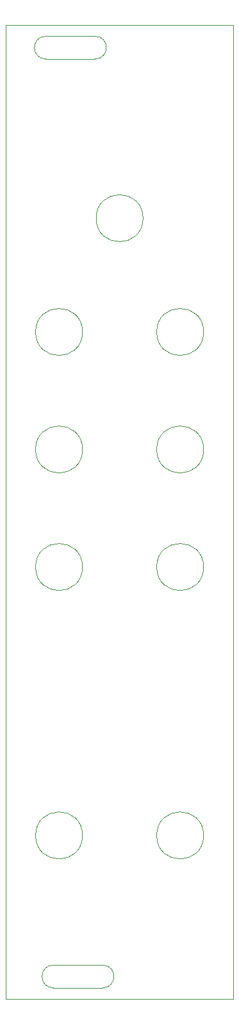
<source format=gm1>
%TF.GenerationSoftware,KiCad,Pcbnew,(6.0.1)*%
%TF.CreationDate,2022-11-02T14:03:54-04:00*%
%TF.ProjectId,ER-MIDI-CV4-02_PANEL,45522d4d-4944-4492-9d43-56342d30325f,1*%
%TF.SameCoordinates,Original*%
%TF.FileFunction,Profile,NP*%
%FSLAX46Y46*%
G04 Gerber Fmt 4.6, Leading zero omitted, Abs format (unit mm)*
G04 Created by KiCad (PCBNEW (6.0.1)) date 2022-11-02 14:03:54*
%MOMM*%
%LPD*%
G01*
G04 APERTURE LIST*
%TA.AperFunction,Profile*%
%ADD10C,0.100000*%
%TD*%
G04 APERTURE END LIST*
D10*
X51600000Y-74000000D02*
G75*
G03*
X51600000Y-74000000I-3100000J0D01*
G01*
X37250000Y-22500000D02*
G75*
G03*
X37250000Y-19500000I0J1500000D01*
G01*
X30750000Y-19500000D02*
X37250000Y-19500000D01*
X31750000Y-142000000D02*
G75*
G03*
X31750000Y-145000000I0J-1500000D01*
G01*
X25500000Y-18000000D02*
X55500000Y-18000000D01*
X55500000Y-18000000D02*
X55500000Y-146500000D01*
X55500000Y-146500000D02*
X25500000Y-146500000D01*
X25500000Y-146500000D02*
X25500000Y-18000000D01*
X35600000Y-58500000D02*
G75*
G03*
X35600000Y-58500000I-3100000J0D01*
G01*
X43600000Y-43500000D02*
G75*
G03*
X43600000Y-43500000I-3100000J0D01*
G01*
X51600000Y-124900000D02*
G75*
G03*
X51600000Y-124900000I-3100000J0D01*
G01*
X30750000Y-22500000D02*
X37250000Y-22500000D01*
X31750000Y-142000000D02*
X38250000Y-142000000D01*
X35600000Y-89500000D02*
G75*
G03*
X35600000Y-89500000I-3100000J0D01*
G01*
X31750000Y-145000000D02*
X38250000Y-145000000D01*
X35600000Y-74000000D02*
G75*
G03*
X35600000Y-74000000I-3100000J0D01*
G01*
X30750000Y-19500000D02*
G75*
G03*
X30750000Y-22500000I0J-1500000D01*
G01*
X35600000Y-124900000D02*
G75*
G03*
X35600000Y-124900000I-3100000J0D01*
G01*
X51600000Y-58500000D02*
G75*
G03*
X51600000Y-58500000I-3100000J0D01*
G01*
X38250000Y-145000000D02*
G75*
G03*
X38250000Y-142000000I0J1500000D01*
G01*
X51600000Y-89500000D02*
G75*
G03*
X51600000Y-89500000I-3100000J0D01*
G01*
M02*

</source>
